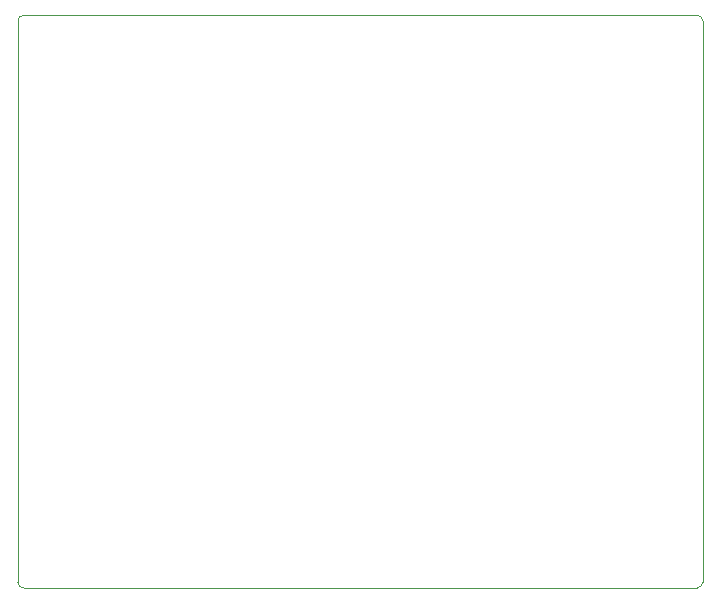
<source format=gbr>
%TF.GenerationSoftware,KiCad,Pcbnew,(6.0.7)*%
%TF.CreationDate,2023-08-26T21:57:55+08:00*%
%TF.ProjectId,ESP32_C3_motor_driver_V4,45535033-325f-4433-935f-6d6f746f725f,rev?*%
%TF.SameCoordinates,PX5ae29a0PY2d4cae0*%
%TF.FileFunction,Profile,NP*%
%FSLAX46Y46*%
G04 Gerber Fmt 4.6, Leading zero omitted, Abs format (unit mm)*
G04 Created by KiCad (PCBNEW (6.0.7)) date 2023-08-26 21:57:55*
%MOMM*%
%LPD*%
G01*
G04 APERTURE LIST*
%TA.AperFunction,Profile*%
%ADD10C,0.100000*%
%TD*%
G04 APERTURE END LIST*
D10*
X0Y-48000000D02*
G75*
G03*
X500000Y-48500000I500000J0D01*
G01*
X57500000Y-48500000D02*
G75*
G03*
X58000000Y-48000000I0J500000D01*
G01*
X58000000Y-500000D02*
X58000000Y-48000000D01*
X58000000Y-500000D02*
G75*
G03*
X57500000Y0I-500000J0D01*
G01*
X500000Y0D02*
X57500000Y0D01*
X0Y-500000D02*
X0Y-48000000D01*
X500000Y0D02*
G75*
G03*
X0Y-500000I0J-500000D01*
G01*
X500000Y-48500000D02*
X57500000Y-48500000D01*
M02*

</source>
